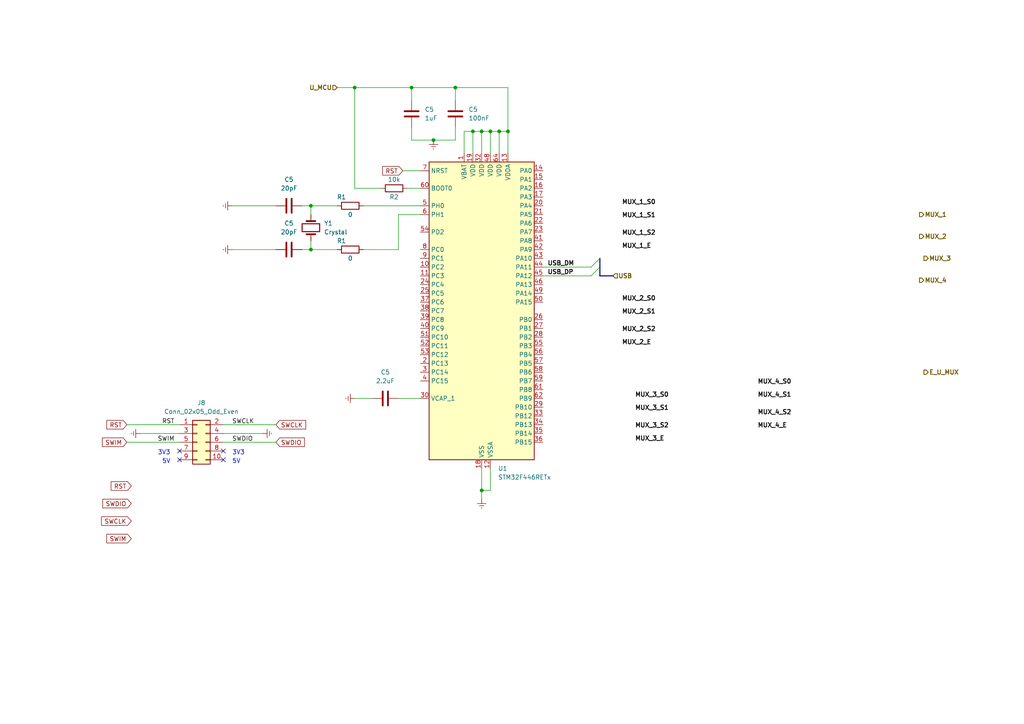
<source format=kicad_sch>
(kicad_sch (version 20230121) (generator eeschema)
  (paper "A4")
  (lib_symbols
    (symbol "Connector_Generic:Conn_02x05_Odd_Even" (pin_names (offset 1.016) hide)
      (property "Reference" "J" (at 1.27 7.62 0))
      (property "Value" "Conn_02x05_Odd_Even" (at 1.27 -7.62 0))
      (symbol "Conn_02x05_Odd_Even_1_1"
        (rectangle (start -1.27 -4.953) (end 0 -5.207) (stroke (width 0.1524)))
        (rectangle (start -1.27 -2.413) (end 0 -2.667) (stroke (width 0.1524)))
        (rectangle (start -1.27 0.127) (end 0 -0.127) (stroke (width 0.1524)))
        (rectangle (start -1.27 2.667) (end 0 2.413) (stroke (width 0.1524)))
        (rectangle (start -1.27 5.207) (end 0 4.953) (stroke (width 0.1524)))
        (rectangle (start -1.27 6.35) (end 3.81 -6.35) (stroke (width 0.254)) (fill (type background)))
        (rectangle (start 3.81 -4.953) (end 2.54 -5.207) (stroke (width 0.1524)))
        (rectangle (start 3.81 -2.413) (end 2.54 -2.667) (stroke (width 0.1524)))
        (rectangle (start 3.81 0.127) (end 2.54 -0.127) (stroke (width 0.1524)))
        (rectangle (start 3.81 2.667) (end 2.54 2.413) (stroke (width 0.1524)))
        (rectangle (start 3.81 5.207) (end 2.54 4.953) (stroke (width 0.1524)))
        (pin passive line (at -5.08 5.08 0) (length 3.81) (name "Pin_1") (number "1"))
        (pin passive line (at 7.62 -5.08 180) (length 3.81) (name "Pin_10") (number "10"))
        (pin passive line (at 7.62 5.08 180) (length 3.81) (name "Pin_2") (number "2"))
        (pin passive line (at -5.08 2.54 0) (length 3.81) (name "Pin_3") (number "3"))
        (pin passive line (at 7.62 2.54 180) (length 3.81) (name "Pin_4") (number "4"))
        (pin passive line (at -5.08 0 0) (length 3.81) (name "Pin_5") (number "5"))
        (pin passive line (at 7.62 0 180) (length 3.81) (name "Pin_6") (number "6"))
        (pin passive line (at -5.08 -2.54 0) (length 3.81) (name "Pin_7") (number "7"))
        (pin passive line (at 7.62 -2.54 180) (length 3.81) (name "Pin_8") (number "8"))
        (pin passive line (at -5.08 -5.08 0) (length 3.81) (name "Pin_9") (number "9"))
      )
    )
    (symbol "Device:C" (pin_numbers hide) (pin_names (offset 0.254))
      (property "Reference" "C" (at 0.635 2.54 0))
      (property "Value" "C" (at 0.635 -2.54 0))
      (symbol "C_0_1"
        (polyline (pts (xy -2.032 -0.762) (xy 2.032 -0.762)) (stroke (width 0.508)))
        (polyline (pts (xy -2.032 0.762) (xy 2.032 0.762)) (stroke (width 0.508)))
      )
      (symbol "C_1_1"
        (pin passive line (at 0 3.81 270) (length 2.794) (name "~") (number "1"))
        (pin passive line (at 0 -3.81 90) (length 2.794) (name "~") (number "2"))
      )
    )
    (symbol "Device:Crystal" (pin_numbers hide) (pin_names (offset 1.016) hide)
      (property "Reference" "Y" (at 0 3.81 0))
      (property "Value" "Crystal" (at 0 -3.81 0))
      (symbol "Crystal_0_1"
        (rectangle (start -1.143 2.54) (end 1.143 -2.54) (stroke (width 0.3048)))
        (polyline (pts (xy -2.54 0) (xy -1.905 0)))
        (polyline (pts (xy -1.905 -1.27) (xy -1.905 1.27)) (stroke (width 0.508)))
        (polyline (pts (xy 1.905 -1.27) (xy 1.905 1.27)) (stroke (width 0.508)))
        (polyline (pts (xy 2.54 0) (xy 1.905 0)))
      )
      (symbol "Crystal_1_1"
        (pin passive line (at -3.81 0 0) (length 1.27) (name "1") (number "1"))
        (pin passive line (at 3.81 0 180) (length 1.27) (name "2") (number "2"))
      )
    )
    (symbol "Device:R" (pin_numbers hide) (pin_names (offset 0))
      (property "Reference" "R" (at 2.032 0 90))
      (property "Value" "R" (at 0 0 90))
      (symbol "R_0_1"
        (rectangle (start -1.016 -2.54) (end 1.016 2.54) (stroke (width 0.254)))
      )
      (symbol "R_1_1"
        (pin passive line (at 0 3.81 270) (length 1.27) (name "~") (number "1"))
        (pin passive line (at 0 -3.81 90) (length 1.27) (name "~") (number "2"))
      )
    )
    (symbol "MCU_ST_STM32F4:STM32F446RETx"
      (property "Reference" "U" (at -15.24 44.45 0))
      (property "Value" "STM32F446RETx" (at 10.16 44.45 0))
      (symbol "STM32F446RETx_0_1"
        (rectangle (start -15.24 -43.18) (end 15.24 43.18) (stroke (width 0.254)) (fill (type background)))
      )
      (symbol "STM32F446RETx_1_1"
        (pin power_in line (at -5.08 45.72 270) (length 2.54) (name "VBAT") (number "1"))
        (pin bidirectional line (at -17.78 12.7 0) (length 2.54) (name "PC2") (number "10"))
        (pin bidirectional line (at -17.78 10.16 0) (length 2.54) (name "PC3") (number "11"))
        (pin power_in line (at 2.54 -45.72 90) (length 2.54) (name "VSSA") (number "12"))
        (pin power_in line (at 7.62 45.72 270) (length 2.54) (name "VDDA") (number "13"))
        (pin bidirectional line (at 17.78 40.64 180) (length 2.54) (name "PA0") (number "14"))
        (pin bidirectional line (at 17.78 38.1 180) (length 2.54) (name "PA1") (number "15"))
        (pin bidirectional line (at 17.78 35.56 180) (length 2.54) (name "PA2") (number "16"))
        (pin bidirectional line (at 17.78 33.02 180) (length 2.54) (name "PA3") (number "17"))
        (pin power_in line (at 0 -45.72 90) (length 2.54) (name "VSS") (number "18"))
        (pin power_in line (at -2.54 45.72 270) (length 2.54) (name "VDD") (number "19"))
        (pin bidirectional line (at -17.78 -15.24 0) (length 2.54) (name "PC13") (number "2"))
        (pin bidirectional line (at 17.78 30.48 180) (length 2.54) (name "PA4") (number "20"))
        (pin bidirectional line (at 17.78 27.94 180) (length 2.54) (name "PA5") (number "21"))
        (pin bidirectional line (at 17.78 25.4 180) (length 2.54) (name "PA6") (number "22"))
        (pin bidirectional line (at 17.78 22.86 180) (length 2.54) (name "PA7") (number "23"))
        (pin bidirectional line (at -17.78 7.62 0) (length 2.54) (name "PC4") (number "24"))
        (pin bidirectional line (at -17.78 5.08 0) (length 2.54) (name "PC5") (number "25"))
        (pin bidirectional line (at 17.78 -2.54 180) (length 2.54) (name "PB0") (number "26"))
        (pin bidirectional line (at 17.78 -5.08 180) (length 2.54) (name "PB1") (number "27"))
        (pin bidirectional line (at 17.78 -7.62 180) (length 2.54) (name "PB2") (number "28"))
        (pin bidirectional line (at 17.78 -27.94 180) (length 2.54) (name "PB10") (number "29"))
        (pin bidirectional line (at -17.78 -17.78 0) (length 2.54) (name "PC14") (number "3"))
        (pin power_out line (at -17.78 -25.4 0) (length 2.54) (name "VCAP_1") (number "30"))
        (pin passive line (at 0 -45.72 90) (length 2.54) hide (name "VSS") (number "31"))
        (pin power_in line (at 0 45.72 270) (length 2.54) (name "VDD") (number "32"))
        (pin bidirectional line (at 17.78 -30.48 180) (length 2.54) (name "PB12") (number "33"))
        (pin bidirectional line (at 17.78 -33.02 180) (length 2.54) (name "PB13") (number "34"))
        (pin bidirectional line (at 17.78 -35.56 180) (length 2.54) (name "PB14") (number "35"))
        (pin bidirectional line (at 17.78 -38.1 180) (length 2.54) (name "PB15") (number "36"))
        (pin bidirectional line (at -17.78 2.54 0) (length 2.54) (name "PC6") (number "37"))
        (pin bidirectional line (at -17.78 0 0) (length 2.54) (name "PC7") (number "38"))
        (pin bidirectional line (at -17.78 -2.54 0) (length 2.54) (name "PC8") (number "39"))
        (pin bidirectional line (at -17.78 -20.32 0) (length 2.54) (name "PC15") (number "4"))
        (pin bidirectional line (at -17.78 -5.08 0) (length 2.54) (name "PC9") (number "40"))
        (pin bidirectional line (at 17.78 20.32 180) (length 2.54) (name "PA8") (number "41"))
        (pin bidirectional line (at 17.78 17.78 180) (length 2.54) (name "PA9") (number "42"))
        (pin bidirectional line (at 17.78 15.24 180) (length 2.54) (name "PA10") (number "43"))
        (pin bidirectional line (at 17.78 12.7 180) (length 2.54) (name "PA11") (number "44"))
        (pin bidirectional line (at 17.78 10.16 180) (length 2.54) (name "PA12") (number "45"))
        (pin bidirectional line (at 17.78 7.62 180) (length 2.54) (name "PA13") (number "46"))
        (pin passive line (at 0 -45.72 90) (length 2.54) hide (name "VSS") (number "47"))
        (pin power_in line (at 2.54 45.72 270) (length 2.54) (name "VDD") (number "48"))
        (pin bidirectional line (at 17.78 5.08 180) (length 2.54) (name "PA14") (number "49"))
        (pin bidirectional line (at -17.78 30.48 0) (length 2.54) (name "PH0") (number "5"))
        (pin bidirectional line (at 17.78 2.54 180) (length 2.54) (name "PA15") (number "50"))
        (pin bidirectional line (at -17.78 -7.62 0) (length 2.54) (name "PC10") (number "51"))
        (pin bidirectional line (at -17.78 -10.16 0) (length 2.54) (name "PC11") (number "52"))
        (pin bidirectional line (at -17.78 -12.7 0) (length 2.54) (name "PC12") (number "53"))
        (pin bidirectional line (at -17.78 22.86 0) (length 2.54) (name "PD2") (number "54"))
        (pin bidirectional line (at 17.78 -10.16 180) (length 2.54) (name "PB3") (number "55"))
        (pin bidirectional line (at 17.78 -12.7 180) (length 2.54) (name "PB4") (number "56"))
        (pin bidirectional line (at 17.78 -15.24 180) (length 2.54) (name "PB5") (number "57"))
        (pin bidirectional line (at 17.78 -17.78 180) (length 2.54) (name "PB6") (number "58"))
        (pin bidirectional line (at 17.78 -20.32 180) (length 2.54) (name "PB7") (number "59"))
        (pin bidirectional line (at -17.78 27.94 0) (length 2.54) (name "PH1") (number "6"))
        (pin input line (at -17.78 35.56 0) (length 2.54) (name "BOOT0") (number "60"))
        (pin bidirectional line (at 17.78 -22.86 180) (length 2.54) (name "PB8") (number "61"))
        (pin bidirectional line (at 17.78 -25.4 180) (length 2.54) (name "PB9") (number "62"))
        (pin passive line (at 0 -45.72 90) (length 2.54) hide (name "VSS") (number "63"))
        (pin power_in line (at 5.08 45.72 270) (length 2.54) (name "VDD") (number "64"))
        (pin input line (at -17.78 40.64 0) (length 2.54) (name "NRST") (number "7"))
        (pin bidirectional line (at -17.78 17.78 0) (length 2.54) (name "PC0") (number "8"))
        (pin bidirectional line (at -17.78 15.24 0) (length 2.54) (name "PC1") (number "9"))
      )
    )
    (symbol "power:Earth" (power) (pin_names (offset 0))
      (symbol "Earth_0_1"
        (polyline (pts (xy -0.635 -1.905) (xy 0.635 -1.905)))
        (polyline (pts (xy -0.127 -2.54) (xy 0.127 -2.54)))
        (polyline (pts (xy 0 -1.27) (xy 0 0)))
        (polyline (pts (xy 1.27 -1.27) (xy -1.27 -1.27)))
      )
      (symbol "Earth_1_1"
        (pin power_in line (at 0 0 270) (length 0) hide (name "Earth") (number "1"))
      )
    )
  )
  (junction (at 90.17 72.39))
  (junction (at 102.87 25.4))
  (junction (at 144.78 38.1))
  (junction (at 90.17 59.69))
  (junction (at 125.73 40.64))
  (junction (at 139.7 142.24))
  (junction (at 142.24 38.1))
  (junction (at 139.7 38.1))
  (junction (at 137.16 38.1))
  (junction (at 119.38 25.4))
  (junction (at 132.08 25.4))
  (junction (at 147.32 38.1))
  (no_connect (at 64.77 133.35))
  (no_connect (at 64.77 130.81))
  (no_connect (at 52.07 133.35))
  (no_connect (at 52.07 130.81))
  (bus_entry (at 171.45 80.01) (size 2.54 -2.54))
  (bus_entry (at 171.45 77.47) (size 2.54 -2.54))
  (wire (pts (xy 67.31 72.39) (xy 80.01 72.39)))
  (wire (pts (xy 40.64 125.73) (xy 52.07 125.73)))
  (wire (pts (xy 147.32 25.4) (xy 147.32 38.1)))
  (wire (pts (xy 157.48 80.01) (xy 171.45 80.01)))
  (wire (pts (xy 80.01 128.27) (xy 64.77 128.27)))
  (wire (pts (xy 119.38 40.64) (xy 125.73 40.64)))
  (wire (pts (xy 110.49 54.61) (xy 102.87 54.61)))
  (wire (pts (xy 139.7 135.89) (xy 139.7 142.24)))
  (wire (pts (xy 132.08 25.4) (xy 147.32 25.4)))
  (wire (pts (xy 119.38 25.4) (xy 119.38 29.21)))
  (wire (pts (xy 115.57 72.39) (xy 105.41 72.39)))
  (wire (pts (xy 80.01 123.19) (xy 64.77 123.19)))
  (wire (pts (xy 139.7 142.24) (xy 139.7 144.78)))
  (wire (pts (xy 157.48 77.47) (xy 171.45 77.47)))
  (wire (pts (xy 90.17 59.69) (xy 90.17 62.23)))
  (wire (pts (xy 64.77 125.73) (xy 76.2 125.73)))
  (wire (pts (xy 132.08 25.4) (xy 132.08 29.21)))
  (wire (pts (xy 115.57 62.23) (xy 115.57 72.39)))
  (wire (pts (xy 116.84 49.53) (xy 121.92 49.53)))
  (wire (pts (xy 87.63 72.39) (xy 90.17 72.39)))
  (wire (pts (xy 90.17 69.85) (xy 90.17 72.39)))
  (wire (pts (xy 67.31 59.69) (xy 80.01 59.69)))
  (wire (pts (xy 142.24 142.24) (xy 139.7 142.24)))
  (wire (pts (xy 137.16 38.1) (xy 139.7 38.1)))
  (bus (pts (xy 173.99 74.93) (xy 173.99 77.47)))
  (wire (pts (xy 102.87 115.57) (xy 107.95 115.57)))
  (wire (pts (xy 134.62 38.1) (xy 137.16 38.1)))
  (wire (pts (xy 132.08 40.64) (xy 125.73 40.64)))
  (wire (pts (xy 115.57 115.57) (xy 121.92 115.57)))
  (wire (pts (xy 36.83 123.19) (xy 52.07 123.19)))
  (wire (pts (xy 102.87 54.61) (xy 102.87 25.4)))
  (wire (pts (xy 142.24 135.89) (xy 142.24 142.24)))
  (wire (pts (xy 118.11 54.61) (xy 121.92 54.61)))
  (wire (pts (xy 119.38 25.4) (xy 132.08 25.4)))
  (wire (pts (xy 142.24 38.1) (xy 144.78 38.1)))
  (wire (pts (xy 139.7 38.1) (xy 142.24 38.1)))
  (wire (pts (xy 134.62 44.45) (xy 134.62 38.1)))
  (wire (pts (xy 147.32 38.1) (xy 147.32 44.45)))
  (wire (pts (xy 105.41 59.69) (xy 121.92 59.69)))
  (wire (pts (xy 97.79 25.4) (xy 102.87 25.4)))
  (wire (pts (xy 144.78 38.1) (xy 147.32 38.1)))
  (wire (pts (xy 102.87 25.4) (xy 119.38 25.4)))
  (wire (pts (xy 121.92 62.23) (xy 115.57 62.23)))
  (wire (pts (xy 142.24 38.1) (xy 142.24 44.45)))
  (bus (pts (xy 173.99 77.47) (xy 173.99 80.01)))
  (bus (pts (xy 173.99 80.01) (xy 177.8 80.01)))
  (wire (pts (xy 119.38 36.83) (xy 119.38 40.64)))
  (wire (pts (xy 90.17 72.39) (xy 97.79 72.39)))
  (wire (pts (xy 87.63 59.69) (xy 90.17 59.69)))
  (wire (pts (xy 144.78 38.1) (xy 144.78 44.45)))
  (wire (pts (xy 139.7 38.1) (xy 139.7 44.45)))
  (wire (pts (xy 132.08 36.83) (xy 132.08 40.64)))
  (wire (pts (xy 137.16 38.1) (xy 137.16 44.45)))
  (wire (pts (xy 36.83 128.27) (xy 52.07 128.27)))
  (wire (pts (xy 90.17 59.69) (xy 97.79 59.69)))
  (text "3V3" (at 67.31 132.08 0) (effects (font (size 1.27 1.27)) (justify left bottom)))
  (text "3V3" (at 45.72 132.08 0) (effects (font (size 1.27 1.27)) (justify left bottom)))
  (text "5V" (at 46.99 134.62 0) (effects (font (size 1.27 1.27)) (justify left bottom)))
  (text "5V" (at 67.31 134.62 0) (effects (font (size 1.27 1.27)) (justify left bottom)))
  (label "USB_DP" (at 158.75 80.01 0) (effects (font bold)))
  (label "SWDIO" (at 67.31 128.27 0))
  (label "MUX_1_S2" (at 180.34 68.58 0) (effects (font bold)))
  (label "MUX_2_E" (at 180.34 100.33 0) (effects (font bold)))
  (label "MUX_4_S1" (at 219.71 115.57 0) (effects (font bold)))
  (label "MUX_4_S2" (at 219.71 120.65 0) (effects (font bold)))
  (label "MUX_2_S0" (at 180.34 87.63 0) (effects (font bold)))
  (label "MUX_2_S1" (at 180.34 91.44 0) (effects (font bold)))
  (label "RST" (at 46.99 123.19 0))
  (label "MUX_3_E" (at 184.15 128.27 0) (effects (font bold)))
  (label "MUX_4_E" (at 219.71 124.46 0) (effects (font bold)))
  (label "MUX_1_E" (at 180.34 72.39 0) (effects (font bold)))
  (label "MUX_2_S2" (at 180.34 96.52 0) (effects (font bold)))
  (label "MUX_3_S2" (at 184.15 124.46 0) (effects (font bold)))
  (label "USB_DM" (at 158.75 77.47 0) (effects (font bold)))
  (label "MUX_4_S0" (at 219.71 111.76 0) (effects (font bold)))
  (label "SWCLK" (at 67.31 123.19 0))
  (label "SWIM" (at 45.72 128.27 0))
  (label "MUX_1_S1" (at 180.34 63.5 0) (effects (font bold)))
  (label "MUX_3_S0" (at 184.15 115.57 0) (effects (font bold)))
  (label "MUX_1_S0" (at 180.34 59.69 0) (effects (font bold)))
  (label "MUX_3_S1" (at 184.15 119.38 0) (effects (font bold)))
  (global_label "RST" (shape input) (at 36.83 123.19 180) (property "Intersheetrefs" "${INTERSHEET_REFS}" (effects hide)))
  (global_label "SWIM" (shape input) (at 38.1 156.21 180) (property "Intersheetrefs" "${INTERSHEET_REFS}" (effects hide)))
  (global_label "RST" (shape input) (at 38.1 140.97 180) (property "Intersheetrefs" "${INTERSHEET_REFS}" (effects hide)))
  (global_label "SWCLK" (shape input) (at 80.01 123.19 0) (property "Intersheetrefs" "${INTERSHEET_REFS}" (effects hide)))
  (global_label "RST" (shape input) (at 116.84 49.53 180) (property "Intersheetrefs" "${INTERSHEET_REFS}" (effects hide)))
  (global_label "SWIM" (shape input) (at 36.83 128.27 180) (property "Intersheetrefs" "${INTERSHEET_REFS}" (effects hide)))
  (global_label "SWDIO" (shape input) (at 38.1 146.05 180) (property "Intersheetrefs" "${INTERSHEET_REFS}" (effects hide)))
  (global_label "SWDIO" (shape input) (at 80.01 128.27 0) (property "Intersheetrefs" "${INTERSHEET_REFS}" (effects hide)))
  (global_label "SWCLK" (shape input) (at 38.1 151.13 180) (property "Intersheetrefs" "${INTERSHEET_REFS}" (effects hide)))
  (hierarchical_label "E_U_MUX" (shape output) (at 267.97 107.95 0) (effects (font bold)))
  (hierarchical_label "USB" (shape input) (at 177.8 80.01 0) (effects (font bold)))
  (hierarchical_label "U_MCU" (shape input) (at 97.79 25.4 180) (effects (font bold)))
  (hierarchical_label "MUX_2" (shape output) (at 266.7 68.58 0) (effects (font bold)))
  (hierarchical_label "MUX_3" (shape output) (at 267.97 74.93 0) (effects (font bold)))
  (hierarchical_label "MUX_4" (shape output) (at 266.7 81.28 0) (effects (font bold)))
  (hierarchical_label "MUX_1" (shape output) (at 266.7 62.23 0) (effects (font bold)))
  (symbol (lib_id "power:Earth") (at 76.2 125.73 90) (unit 1)
    (property "Reference" "#PWR02" (effects hide))
    (property "Value" "Earth" (effects hide))
    (instances (project "sensor_current_stand" (path "" (reference "#PWR02") (unit 1)) (path "" (reference "#PWR05") (unit 1)) (path "" (reference "#PWR020") (unit 1))))
  )
  (symbol (lib_id "Device:C") (at 83.82 72.39 90) (unit 1)
    (property "Reference" "C5" (at 83.82 64.77 90))
    (property "Value" "20pF" (at 83.82 67.31 90))
    (property "Footprint" "Capacitor_SMD:C_0805_2012Metric_Pad1.18x1.45mm_HandSolder" (effects hide))
    (instances (project "sensor_current_stand" (path "" (reference "C5") (unit 1)) (path "" (reference "C11") (unit 1))))
  )
  (symbol (lib_id "Device:R") (at 114.3 54.61 270) (unit 1)
    (property "Reference" "R2" (at 114.3 57.15 90))
    (property "Value" "10k" (at 114.3 52.07 90))
    (property "Footprint" "Resistor_SMD:R_1206_3216Metric_Pad1.30x1.75mm_HandSolder" (effects hide))
    (instances (project "sensor_current_stand" (path "" (reference "R2") (unit 1)) (path "" (reference "R12") (unit 1))))
  )
  (symbol (lib_id "Device:C") (at 83.82 59.69 90) (unit 1)
    (property "Reference" "C5" (at 83.82 52.07 90))
    (property "Value" "20pF" (at 83.82 54.61 90))
    (property "Footprint" "Capacitor_SMD:C_0805_2012Metric_Pad1.18x1.45mm_HandSolder" (effects hide))
    (instances (project "sensor_current_stand" (path "" (reference "C5") (unit 1)) (path "" (reference "C12") (unit 1))))
  )
  (symbol (lib_id "Device:C") (at 119.38 33.02 180) (unit 1)
    (property "Reference" "C5" (at 123.19 31.75 0) (effects (justify right)))
    (property "Value" "1uF" (at 123.19 34.29 0) (effects (justify right)))
    (property "Footprint" "Capacitor_SMD:C_0805_2012Metric_Pad1.18x1.45mm_HandSolder" (effects hide))
    (instances (project "sensor_current_stand" (path "" (reference "C5") (unit 1)) (path "" (reference "C13") (unit 1))))
  )
  (symbol (lib_id "Connector_Generic:Conn_02x05_Odd_Even") (at 57.15 128.27 0) (unit 1)
    (property "Reference" "J8" (at 58.42 116.84 0))
    (property "Value" "Conn_02x05_Odd_Even" (at 58.42 119.38 0))
    (property "Footprint" "Connector_IDC:IDC-Header_2x05_P2.54mm_Vertical" (effects hide))
  )
  (symbol (lib_id "power:Earth") (at 125.73 40.64 0) (unit 1)
    (property "Reference" "#PWR02" (effects hide))
    (property "Value" "Earth" (effects hide))
    (instances (project "sensor_current_stand" (path "" (reference "#PWR02") (unit 1)) (path "" (reference "#PWR05") (unit 1)) (path "" (reference "#PWR019") (unit 1))))
  )
  (symbol (lib_id "power:Earth") (at 40.64 125.73 270) (unit 1)
    (property "Reference" "#PWR02" (effects hide))
    (property "Value" "Earth" (effects hide))
    (instances (project "sensor_current_stand" (path "" (reference "#PWR02") (unit 1)) (path "" (reference "#PWR05") (unit 1)) (path "" (reference "#PWR021") (unit 1))))
  )
  (symbol (lib_id "Device:C") (at 132.08 33.02 180) (unit 1)
    (property "Reference" "C5" (at 135.89 31.75 0) (effects (justify right)))
    (property "Value" "100nF" (at 135.89 34.29 0) (effects (justify right)))
    (property "Footprint" "Capacitor_SMD:C_0805_2012Metric_Pad1.18x1.45mm_HandSolder" (effects hide))
    (instances (project "sensor_current_stand" (path "" (reference "C5") (unit 1)) (path "" (reference "C14") (unit 1))))
  )
  (symbol (lib_id "power:Earth") (at 67.31 72.39 270) (unit 1)
    (property "Reference" "#PWR02" (effects hide))
    (property "Value" "Earth" (effects hide))
    (instances (project "sensor_current_stand" (path "" (reference "#PWR02") (unit 1)) (path "" (reference "#PWR05") (unit 1)) (path "" (reference "#PWR017") (unit 1))))
  )
  (symbol (lib_id "power:Earth") (at 102.87 115.57 270) (unit 1)
    (property "Reference" "#PWR02" (effects hide))
    (property "Value" "Earth" (effects hide))
    (instances (project "sensor_current_stand" (path "" (reference "#PWR02") (unit 1)) (path "" (reference "#PWR05") (unit 1)) (path "" (reference "#PWR022") (unit 1))))
  )
  (symbol (lib_id "Device:R") (at 101.6 72.39 270) (unit 1)
    (property "Reference" "R1" (at 99.06 69.85 90))
    (property "Value" "0" (at 101.6 74.93 90))
    (property "Footprint" "Resistor_SMD:R_1206_3216Metric_Pad1.30x1.75mm_HandSolder" (effects hide))
    (instances (project "sensor_current_stand" (path "" (reference "R1") (unit 1)) (path "" (reference "R11") (unit 1))))
  )
  (symbol (lib_id "Device:C") (at 111.76 115.57 90) (unit 1)
    (property "Reference" "C5" (at 111.76 107.95 90))
    (property "Value" "2.2uF" (at 111.76 110.49 90))
    (property "Footprint" "Capacitor_SMD:C_0805_2012Metric_Pad1.18x1.45mm_HandSolder" (effects hide))
    (instances (project "sensor_current_stand" (path "" (reference "C5") (unit 1)) (path "" (reference "C15") (unit 1))))
  )
  (symbol (lib_id "power:Earth") (at 139.7 144.78 0) (unit 1)
    (property "Reference" "#PWR02" (effects hide))
    (property "Value" "Earth" (effects hide))
    (instances (project "sensor_current_stand" (path "" (reference "#PWR02") (unit 1)) (path "" (reference "#PWR05") (unit 1)) (path "" (reference "#PWR018") (unit 1))))
  )
  (symbol (lib_id "MCU_ST_STM32F4:STM32F446RETx") (at 139.7 90.17 0) (unit 1)
    (property "Reference" "U1" (at 144.4341 135.89 0) (effects (justify left)))
    (property "Value" "STM32F446RETx" (at 144.4341 138.43 0) (effects (justify left)))
    (property "Footprint" "Package_QFP:LQFP-64_10x10mm_P0.5mm" (effects hide))
    (property "Datasheet" "https://www.st.com/resource/en/datasheet/stm32f446re.pdf" (effects hide))
  )
  (symbol (lib_id "Device:Crystal") (at 90.17 66.04 90) (unit 1)
    (property "Reference" "Y1" (at 93.98 64.77 90) (effects (justify right)))
    (property "Value" "Crystal" (at 93.98 67.31 90) (effects (justify right)))
    (property "Footprint" "Crystal:Crystal_HC49-U_Vertical" (effects hide))
  )
  (symbol (lib_id "Device:R") (at 101.6 59.69 270) (unit 1)
    (property "Reference" "R1" (at 99.06 57.15 90))
    (property "Value" "0" (at 101.6 62.23 90))
    (property "Footprint" "Resistor_SMD:R_1206_3216Metric_Pad1.30x1.75mm_HandSolder" (effects hide))
    (instances (project "sensor_current_stand" (path "" (reference "R1") (unit 1)) (path "" (reference "R10") (unit 1))))
  )
  (symbol (lib_id "power:Earth") (at 67.31 59.69 270) (unit 1)
    (property "Reference" "#PWR02" (effects hide))
    (property "Value" "Earth" (effects hide))
    (instances (project "sensor_current_stand" (path "" (reference "#PWR02") (unit 1)) (path "" (reference "#PWR05") (unit 1)) (path "" (reference "#PWR016") (unit 1))))
  )
)
</source>
